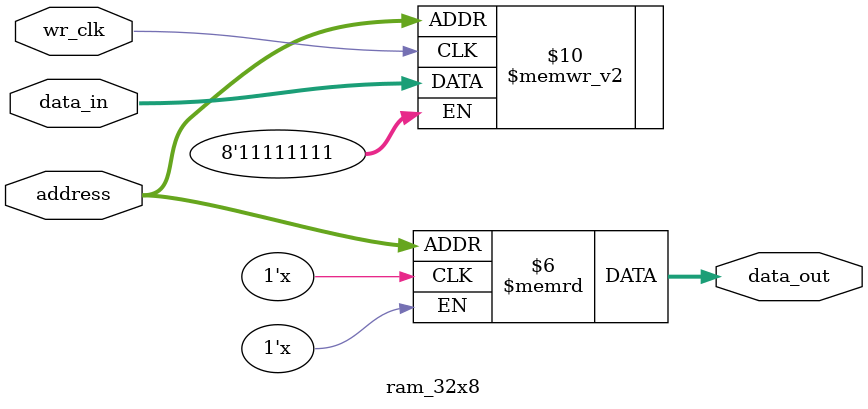
<source format=v>



module ram_32x8 (
   input wire  [4:0] address,   // need 5 bits to specify 32 locations
   input wire  [7:0] data_in,
   input wire  wr_clk,          // data_in stored on rising clock edge
   output wire [7:0] data_out   // data_out changes when address changes
);

   reg [7:0] ram_array [31:0];  // declare an array of 32 8-bit vectors

   always @(posedge wr_clk)
   begin
    ram_array[address] <= data_in;
   end

   assign data_out = ram_array[address];
endmodule
</source>
